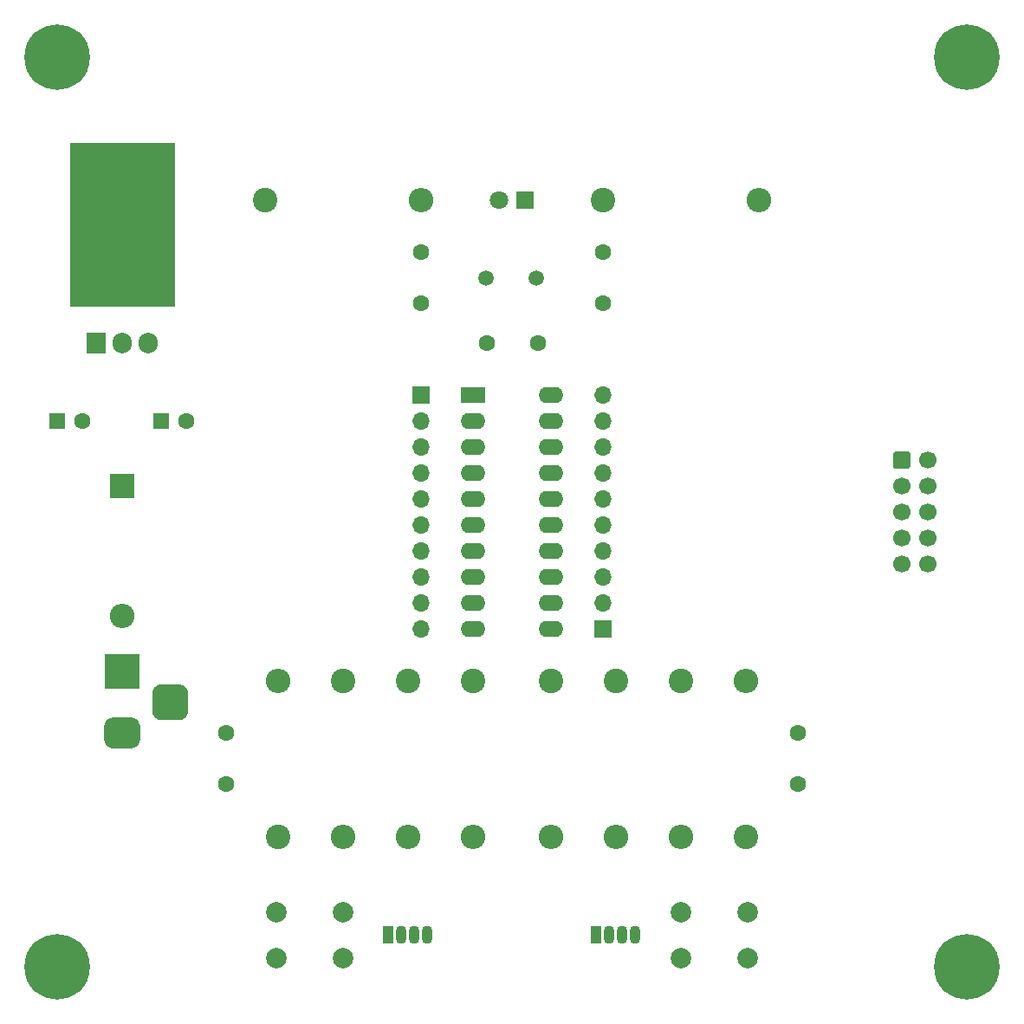
<source format=gbr>
G04 #@! TF.GenerationSoftware,KiCad,Pcbnew,(5.1.8)-1*
G04 #@! TF.CreationDate,2020-12-11T21:41:05+01:00*
G04 #@! TF.ProjectId,at90s1200,61743930-7331-4323-9030-2e6b69636164,rev?*
G04 #@! TF.SameCoordinates,Original*
G04 #@! TF.FileFunction,Soldermask,Top*
G04 #@! TF.FilePolarity,Negative*
%FSLAX46Y46*%
G04 Gerber Fmt 4.6, Leading zero omitted, Abs format (unit mm)*
G04 Created by KiCad (PCBNEW (5.1.8)-1) date 2020-12-11 21:41:05*
%MOMM*%
%LPD*%
G01*
G04 APERTURE LIST*
%ADD10C,0.100000*%
%ADD11O,2.400000X2.400000*%
%ADD12C,2.400000*%
%ADD13R,2.400000X2.400000*%
%ADD14C,1.600000*%
%ADD15C,2.000000*%
%ADD16O,1.070000X1.800000*%
%ADD17R,1.070000X1.800000*%
%ADD18C,1.800000*%
%ADD19R,1.800000X1.800000*%
%ADD20O,1.700000X1.700000*%
%ADD21R,1.700000X1.700000*%
%ADD22C,0.800000*%
%ADD23C,6.400000*%
%ADD24R,1.600000X1.600000*%
%ADD25C,1.500000*%
%ADD26O,1.905000X2.000000*%
%ADD27R,1.905000X2.000000*%
%ADD28O,3.500000X3.500000*%
%ADD29O,2.400000X1.600000*%
%ADD30R,2.400000X1.600000*%
%ADD31R,3.500000X3.500000*%
%ADD32C,1.700000*%
G04 APERTURE END LIST*
D10*
G36*
X113030000Y-89027000D02*
G01*
X102870000Y-89027000D01*
X102870000Y-73152000D01*
X113030000Y-73152000D01*
X113030000Y-89027000D01*
G37*
X113030000Y-89027000D02*
X102870000Y-89027000D01*
X102870000Y-73152000D01*
X113030000Y-73152000D01*
X113030000Y-89027000D01*
D11*
X170180000Y-78740000D03*
D12*
X154940000Y-78740000D03*
D11*
X107950000Y-119380000D03*
D13*
X107950000Y-106680000D03*
D11*
X168910000Y-125730000D03*
D12*
X168910000Y-140970000D03*
D11*
X123190000Y-125730000D03*
D12*
X123190000Y-140970000D03*
D14*
X173990000Y-135810000D03*
X173990000Y-130810000D03*
X118110000Y-135810000D03*
X118110000Y-130810000D03*
D15*
X169060000Y-148336000D03*
X169060000Y-152836000D03*
X162560000Y-148336000D03*
X162560000Y-152836000D03*
X129540000Y-148336000D03*
X129540000Y-152836000D03*
X123040000Y-148336000D03*
X123040000Y-152836000D03*
D11*
X149860000Y-140970000D03*
D12*
X149860000Y-125730000D03*
D11*
X162560000Y-140970000D03*
D12*
X162560000Y-125730000D03*
D11*
X156210000Y-140970000D03*
D12*
X156210000Y-125730000D03*
D16*
X158115000Y-150495000D03*
X156845000Y-150495000D03*
X155575000Y-150495000D03*
D17*
X154305000Y-150495000D03*
D11*
X129540000Y-140970000D03*
D12*
X129540000Y-125730000D03*
D11*
X142240000Y-140970000D03*
D12*
X142240000Y-125730000D03*
D11*
X135890000Y-140970000D03*
D12*
X135890000Y-125730000D03*
D16*
X137795000Y-150495000D03*
X136525000Y-150495000D03*
X135255000Y-150495000D03*
D17*
X133985000Y-150495000D03*
D11*
X137160000Y-78740000D03*
D12*
X121920000Y-78740000D03*
D18*
X144780000Y-78740000D03*
D19*
X147320000Y-78740000D03*
D20*
X154940000Y-97790000D03*
X154940000Y-100330000D03*
X154940000Y-102870000D03*
X154940000Y-105410000D03*
X154940000Y-107950000D03*
X154940000Y-110490000D03*
X154940000Y-113030000D03*
X154940000Y-115570000D03*
X154940000Y-118110000D03*
D21*
X154940000Y-120650000D03*
D20*
X137160000Y-120650000D03*
X137160000Y-118110000D03*
X137160000Y-115570000D03*
X137160000Y-113030000D03*
X137160000Y-110490000D03*
X137160000Y-107950000D03*
X137160000Y-105410000D03*
X137160000Y-102870000D03*
X137160000Y-100330000D03*
D21*
X137160000Y-97790000D03*
D22*
X103297056Y-151972944D03*
X101600000Y-151270000D03*
X99902944Y-151972944D03*
X99200000Y-153670000D03*
X99902944Y-155367056D03*
X101600000Y-156070000D03*
X103297056Y-155367056D03*
X104000000Y-153670000D03*
D23*
X101600000Y-153670000D03*
D22*
X192197056Y-151972944D03*
X190500000Y-151270000D03*
X188802944Y-151972944D03*
X188100000Y-153670000D03*
X188802944Y-155367056D03*
X190500000Y-156070000D03*
X192197056Y-155367056D03*
X192900000Y-153670000D03*
D23*
X190500000Y-153670000D03*
D22*
X192197056Y-63072944D03*
X190500000Y-62370000D03*
X188802944Y-63072944D03*
X188100000Y-64770000D03*
X188802944Y-66467056D03*
X190500000Y-67170000D03*
X192197056Y-66467056D03*
X192900000Y-64770000D03*
D23*
X190500000Y-64770000D03*
D22*
X103297056Y-63072944D03*
X101600000Y-62370000D03*
X99902944Y-63072944D03*
X99200000Y-64770000D03*
X99902944Y-66467056D03*
X101600000Y-67170000D03*
X103297056Y-66467056D03*
X104000000Y-64770000D03*
D23*
X101600000Y-64770000D03*
D14*
X114260000Y-100330000D03*
D24*
X111760000Y-100330000D03*
D14*
X104100000Y-100330000D03*
D24*
X101600000Y-100330000D03*
D25*
X148390000Y-86360000D03*
X143510000Y-86360000D03*
D26*
X110490000Y-92710000D03*
X107950000Y-92710000D03*
D27*
X105410000Y-92710000D03*
D28*
X107950000Y-76050000D03*
D29*
X149860000Y-97790000D03*
X142240000Y-120650000D03*
X149860000Y-100330000D03*
X142240000Y-118110000D03*
X149860000Y-102870000D03*
X142240000Y-115570000D03*
X149860000Y-105410000D03*
X142240000Y-113030000D03*
X149860000Y-107950000D03*
X142240000Y-110490000D03*
X149860000Y-110490000D03*
X142240000Y-107950000D03*
X149860000Y-113030000D03*
X142240000Y-105410000D03*
X149860000Y-115570000D03*
X142240000Y-102870000D03*
X149860000Y-118110000D03*
X142240000Y-100330000D03*
X149860000Y-120650000D03*
D30*
X142240000Y-97790000D03*
G36*
G01*
X113525000Y-129560000D02*
X111775000Y-129560000D01*
G75*
G02*
X110900000Y-128685000I0J875000D01*
G01*
X110900000Y-126935000D01*
G75*
G02*
X111775000Y-126060000I875000J0D01*
G01*
X113525000Y-126060000D01*
G75*
G02*
X114400000Y-126935000I0J-875000D01*
G01*
X114400000Y-128685000D01*
G75*
G02*
X113525000Y-129560000I-875000J0D01*
G01*
G37*
G36*
G01*
X108950000Y-132310000D02*
X106950000Y-132310000D01*
G75*
G02*
X106200000Y-131560000I0J750000D01*
G01*
X106200000Y-130060000D01*
G75*
G02*
X106950000Y-129310000I750000J0D01*
G01*
X108950000Y-129310000D01*
G75*
G02*
X109700000Y-130060000I0J-750000D01*
G01*
X109700000Y-131560000D01*
G75*
G02*
X108950000Y-132310000I-750000J0D01*
G01*
G37*
D31*
X107950000Y-124810000D03*
D32*
X186690000Y-114300000D03*
X186690000Y-111760000D03*
X186690000Y-109220000D03*
X186690000Y-106680000D03*
X186690000Y-104140000D03*
X184150000Y-114300000D03*
X184150000Y-111760000D03*
X184150000Y-109220000D03*
X184150000Y-106680000D03*
G36*
G01*
X183300000Y-104740000D02*
X183300000Y-103540000D01*
G75*
G02*
X183550000Y-103290000I250000J0D01*
G01*
X184750000Y-103290000D01*
G75*
G02*
X185000000Y-103540000I0J-250000D01*
G01*
X185000000Y-104740000D01*
G75*
G02*
X184750000Y-104990000I-250000J0D01*
G01*
X183550000Y-104990000D01*
G75*
G02*
X183300000Y-104740000I0J250000D01*
G01*
G37*
D14*
X143590000Y-92710000D03*
X148590000Y-92710000D03*
X154940000Y-88820000D03*
X154940000Y-83820000D03*
X137160000Y-88820000D03*
X137160000Y-83820000D03*
M02*

</source>
